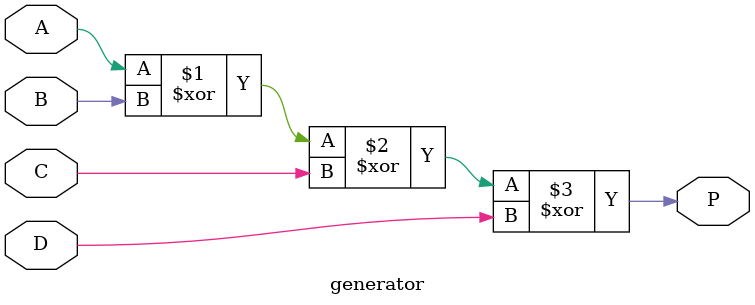
<source format=v>
`timescale 1ns / 1ps

module generator(
    input A,
    input B,
    input C,
    input D,
    output P
    );

assign P = A^B^C^D;

endmodule
</source>
